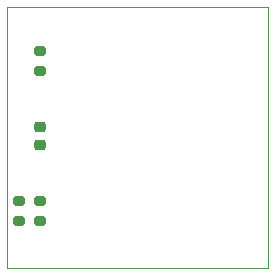
<source format=gbr>
G04 #@! TF.GenerationSoftware,KiCad,Pcbnew,(5.99.0-11522-g728b160719)*
G04 #@! TF.CreationDate,2021-07-25T18:34:51+10:00*
G04 #@! TF.ProjectId,Rotary Encoder,526f7461-7279-4204-956e-636f6465722e,rev?*
G04 #@! TF.SameCoordinates,Original*
G04 #@! TF.FileFunction,Paste,Top*
G04 #@! TF.FilePolarity,Positive*
%FSLAX46Y46*%
G04 Gerber Fmt 4.6, Leading zero omitted, Abs format (unit mm)*
G04 Created by KiCad (PCBNEW (5.99.0-11522-g728b160719)) date 2021-07-25 18:34:51*
%MOMM*%
%LPD*%
G01*
G04 APERTURE LIST*
G04 Aperture macros list*
%AMRoundRect*
0 Rectangle with rounded corners*
0 $1 Rounding radius*
0 $2 $3 $4 $5 $6 $7 $8 $9 X,Y pos of 4 corners*
0 Add a 4 corners polygon primitive as box body*
4,1,4,$2,$3,$4,$5,$6,$7,$8,$9,$2,$3,0*
0 Add four circle primitives for the rounded corners*
1,1,$1+$1,$2,$3*
1,1,$1+$1,$4,$5*
1,1,$1+$1,$6,$7*
1,1,$1+$1,$8,$9*
0 Add four rect primitives between the rounded corners*
20,1,$1+$1,$2,$3,$4,$5,0*
20,1,$1+$1,$4,$5,$6,$7,0*
20,1,$1+$1,$6,$7,$8,$9,0*
20,1,$1+$1,$8,$9,$2,$3,0*%
G04 Aperture macros list end*
G04 #@! TA.AperFunction,Profile*
%ADD10C,0.100000*%
G04 #@! TD*
%ADD11RoundRect,0.200000X0.275000X-0.200000X0.275000X0.200000X-0.275000X0.200000X-0.275000X-0.200000X0*%
%ADD12RoundRect,0.200000X-0.275000X0.200000X-0.275000X-0.200000X0.275000X-0.200000X0.275000X0.200000X0*%
%ADD13RoundRect,0.225000X0.250000X-0.225000X0.250000X0.225000X-0.250000X0.225000X-0.250000X-0.225000X0*%
G04 APERTURE END LIST*
D10*
X155702000Y-112522000D02*
X133604000Y-112522000D01*
X133604000Y-112522000D02*
X133604000Y-90424000D01*
X133604000Y-90424000D02*
X155702000Y-90424000D01*
X155702000Y-90424000D02*
X155702000Y-112522000D01*
D11*
G04 #@! TO.C,R2*
X136398000Y-108521000D03*
X136398000Y-106871000D03*
G04 #@! TD*
D12*
G04 #@! TO.C,R3*
X136398000Y-94171000D03*
X136398000Y-95821000D03*
G04 #@! TD*
D11*
G04 #@! TO.C,R1*
X134620000Y-108521000D03*
X134620000Y-106871000D03*
G04 #@! TD*
D13*
G04 #@! TO.C,C1*
X136398000Y-102121000D03*
X136398000Y-100571000D03*
G04 #@! TD*
M02*

</source>
